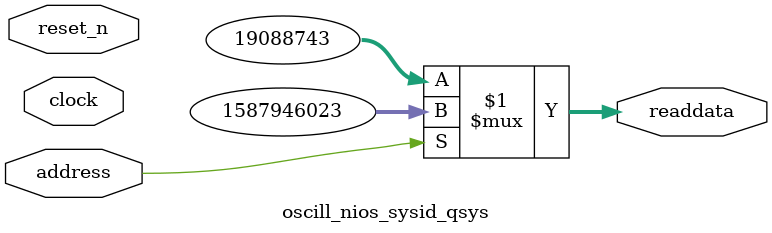
<source format=v>



// synthesis translate_off
`timescale 1ns / 1ps
// synthesis translate_on

// turn off superfluous verilog processor warnings 
// altera message_level Level1 
// altera message_off 10034 10035 10036 10037 10230 10240 10030 

module oscill_nios_sysid_qsys (
               // inputs:
                address,
                clock,
                reset_n,

               // outputs:
                readdata
             )
;

  output  [ 31: 0] readdata;
  input            address;
  input            clock;
  input            reset_n;

  wire    [ 31: 0] readdata;
  //control_slave, which is an e_avalon_slave
  assign readdata = address ? 1587946023 : 19088743;

endmodule



</source>
